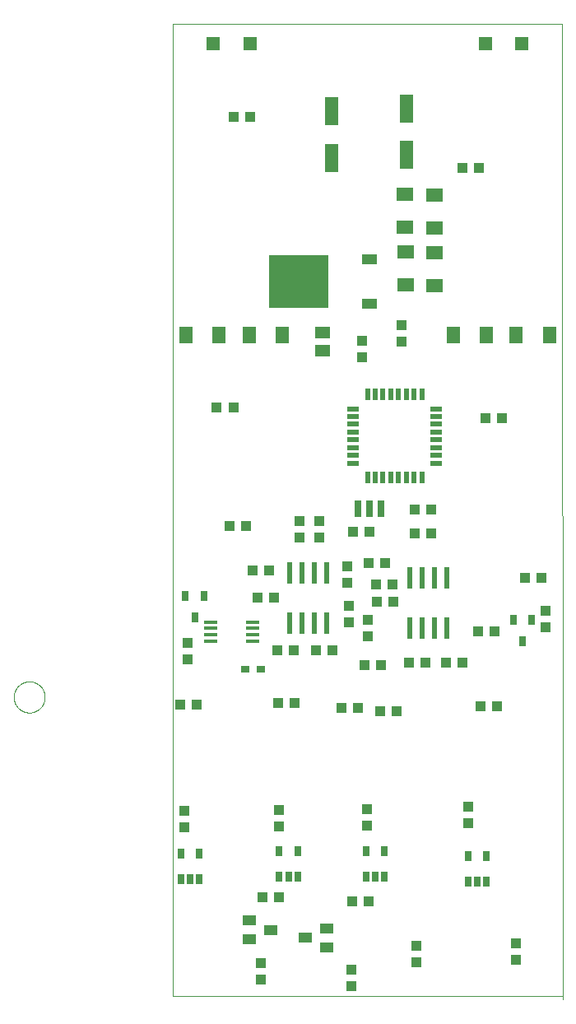
<source format=gbp>
G75*
%MOIN*%
%OFA0B0*%
%FSLAX25Y25*%
%IPPOS*%
%LPD*%
%AMOC8*
5,1,8,0,0,1.08239X$1,22.5*
%
%ADD10C,0.00000*%
%ADD11R,0.03937X0.04331*%
%ADD12R,0.04331X0.03937*%
%ADD13R,0.05512X0.03937*%
%ADD14R,0.24409X0.21260*%
%ADD15R,0.06299X0.03937*%
%ADD16R,0.05906X0.05118*%
%ADD17R,0.02200X0.05000*%
%ADD18R,0.05000X0.02200*%
%ADD19R,0.05512X0.11811*%
%ADD20R,0.05512X0.05512*%
%ADD21R,0.02717X0.03898*%
%ADD22R,0.02756X0.06693*%
%ADD23R,0.07087X0.05512*%
%ADD24R,0.05512X0.07087*%
%ADD25R,0.05600X0.01700*%
%ADD26R,0.02362X0.08661*%
%ADD27R,0.03346X0.02756*%
%ADD28R,0.02756X0.03937*%
D10*
X0065737Y0002417D02*
X0223217Y0002417D01*
X0223493Y0001000D02*
X0223178Y0396000D01*
X0223217Y0396118D02*
X0065737Y0396118D01*
X0065737Y0002417D01*
X0001150Y0123520D02*
X0001152Y0123678D01*
X0001158Y0123836D01*
X0001168Y0123994D01*
X0001182Y0124152D01*
X0001200Y0124309D01*
X0001221Y0124466D01*
X0001247Y0124622D01*
X0001277Y0124778D01*
X0001310Y0124933D01*
X0001348Y0125086D01*
X0001389Y0125239D01*
X0001434Y0125391D01*
X0001483Y0125542D01*
X0001536Y0125691D01*
X0001592Y0125839D01*
X0001652Y0125985D01*
X0001716Y0126130D01*
X0001784Y0126273D01*
X0001855Y0126415D01*
X0001929Y0126555D01*
X0002007Y0126692D01*
X0002089Y0126828D01*
X0002173Y0126962D01*
X0002262Y0127093D01*
X0002353Y0127222D01*
X0002448Y0127349D01*
X0002545Y0127474D01*
X0002646Y0127596D01*
X0002750Y0127715D01*
X0002857Y0127832D01*
X0002967Y0127946D01*
X0003080Y0128057D01*
X0003195Y0128166D01*
X0003313Y0128271D01*
X0003434Y0128373D01*
X0003557Y0128473D01*
X0003683Y0128569D01*
X0003811Y0128662D01*
X0003941Y0128752D01*
X0004074Y0128838D01*
X0004209Y0128922D01*
X0004345Y0129001D01*
X0004484Y0129078D01*
X0004625Y0129150D01*
X0004767Y0129220D01*
X0004911Y0129285D01*
X0005057Y0129347D01*
X0005204Y0129405D01*
X0005353Y0129460D01*
X0005503Y0129511D01*
X0005654Y0129558D01*
X0005806Y0129601D01*
X0005959Y0129640D01*
X0006114Y0129676D01*
X0006269Y0129707D01*
X0006425Y0129735D01*
X0006581Y0129759D01*
X0006738Y0129779D01*
X0006896Y0129795D01*
X0007053Y0129807D01*
X0007212Y0129815D01*
X0007370Y0129819D01*
X0007528Y0129819D01*
X0007686Y0129815D01*
X0007845Y0129807D01*
X0008002Y0129795D01*
X0008160Y0129779D01*
X0008317Y0129759D01*
X0008473Y0129735D01*
X0008629Y0129707D01*
X0008784Y0129676D01*
X0008939Y0129640D01*
X0009092Y0129601D01*
X0009244Y0129558D01*
X0009395Y0129511D01*
X0009545Y0129460D01*
X0009694Y0129405D01*
X0009841Y0129347D01*
X0009987Y0129285D01*
X0010131Y0129220D01*
X0010273Y0129150D01*
X0010414Y0129078D01*
X0010553Y0129001D01*
X0010689Y0128922D01*
X0010824Y0128838D01*
X0010957Y0128752D01*
X0011087Y0128662D01*
X0011215Y0128569D01*
X0011341Y0128473D01*
X0011464Y0128373D01*
X0011585Y0128271D01*
X0011703Y0128166D01*
X0011818Y0128057D01*
X0011931Y0127946D01*
X0012041Y0127832D01*
X0012148Y0127715D01*
X0012252Y0127596D01*
X0012353Y0127474D01*
X0012450Y0127349D01*
X0012545Y0127222D01*
X0012636Y0127093D01*
X0012725Y0126962D01*
X0012809Y0126828D01*
X0012891Y0126692D01*
X0012969Y0126555D01*
X0013043Y0126415D01*
X0013114Y0126273D01*
X0013182Y0126130D01*
X0013246Y0125985D01*
X0013306Y0125839D01*
X0013362Y0125691D01*
X0013415Y0125542D01*
X0013464Y0125391D01*
X0013509Y0125239D01*
X0013550Y0125086D01*
X0013588Y0124933D01*
X0013621Y0124778D01*
X0013651Y0124622D01*
X0013677Y0124466D01*
X0013698Y0124309D01*
X0013716Y0124152D01*
X0013730Y0123994D01*
X0013740Y0123836D01*
X0013746Y0123678D01*
X0013748Y0123520D01*
X0013746Y0123362D01*
X0013740Y0123204D01*
X0013730Y0123046D01*
X0013716Y0122888D01*
X0013698Y0122731D01*
X0013677Y0122574D01*
X0013651Y0122418D01*
X0013621Y0122262D01*
X0013588Y0122107D01*
X0013550Y0121954D01*
X0013509Y0121801D01*
X0013464Y0121649D01*
X0013415Y0121498D01*
X0013362Y0121349D01*
X0013306Y0121201D01*
X0013246Y0121055D01*
X0013182Y0120910D01*
X0013114Y0120767D01*
X0013043Y0120625D01*
X0012969Y0120485D01*
X0012891Y0120348D01*
X0012809Y0120212D01*
X0012725Y0120078D01*
X0012636Y0119947D01*
X0012545Y0119818D01*
X0012450Y0119691D01*
X0012353Y0119566D01*
X0012252Y0119444D01*
X0012148Y0119325D01*
X0012041Y0119208D01*
X0011931Y0119094D01*
X0011818Y0118983D01*
X0011703Y0118874D01*
X0011585Y0118769D01*
X0011464Y0118667D01*
X0011341Y0118567D01*
X0011215Y0118471D01*
X0011087Y0118378D01*
X0010957Y0118288D01*
X0010824Y0118202D01*
X0010689Y0118118D01*
X0010553Y0118039D01*
X0010414Y0117962D01*
X0010273Y0117890D01*
X0010131Y0117820D01*
X0009987Y0117755D01*
X0009841Y0117693D01*
X0009694Y0117635D01*
X0009545Y0117580D01*
X0009395Y0117529D01*
X0009244Y0117482D01*
X0009092Y0117439D01*
X0008939Y0117400D01*
X0008784Y0117364D01*
X0008629Y0117333D01*
X0008473Y0117305D01*
X0008317Y0117281D01*
X0008160Y0117261D01*
X0008002Y0117245D01*
X0007845Y0117233D01*
X0007686Y0117225D01*
X0007528Y0117221D01*
X0007370Y0117221D01*
X0007212Y0117225D01*
X0007053Y0117233D01*
X0006896Y0117245D01*
X0006738Y0117261D01*
X0006581Y0117281D01*
X0006425Y0117305D01*
X0006269Y0117333D01*
X0006114Y0117364D01*
X0005959Y0117400D01*
X0005806Y0117439D01*
X0005654Y0117482D01*
X0005503Y0117529D01*
X0005353Y0117580D01*
X0005204Y0117635D01*
X0005057Y0117693D01*
X0004911Y0117755D01*
X0004767Y0117820D01*
X0004625Y0117890D01*
X0004484Y0117962D01*
X0004345Y0118039D01*
X0004209Y0118118D01*
X0004074Y0118202D01*
X0003941Y0118288D01*
X0003811Y0118378D01*
X0003683Y0118471D01*
X0003557Y0118567D01*
X0003434Y0118667D01*
X0003313Y0118769D01*
X0003195Y0118874D01*
X0003080Y0118983D01*
X0002967Y0119094D01*
X0002857Y0119208D01*
X0002750Y0119325D01*
X0002646Y0119444D01*
X0002545Y0119566D01*
X0002448Y0119691D01*
X0002353Y0119818D01*
X0002262Y0119947D01*
X0002173Y0120078D01*
X0002089Y0120212D01*
X0002007Y0120348D01*
X0001929Y0120485D01*
X0001855Y0120625D01*
X0001784Y0120767D01*
X0001716Y0120910D01*
X0001652Y0121055D01*
X0001592Y0121201D01*
X0001536Y0121349D01*
X0001483Y0121498D01*
X0001434Y0121649D01*
X0001389Y0121801D01*
X0001348Y0121954D01*
X0001310Y0122107D01*
X0001277Y0122262D01*
X0001247Y0122418D01*
X0001221Y0122574D01*
X0001200Y0122731D01*
X0001182Y0122888D01*
X0001168Y0123046D01*
X0001158Y0123204D01*
X0001152Y0123362D01*
X0001150Y0123520D01*
D11*
X0068729Y0120528D03*
X0075422Y0120528D03*
X0099792Y0163835D03*
X0106485Y0163835D03*
X0107902Y0142457D03*
X0114595Y0142457D03*
X0123650Y0142457D03*
X0130343Y0142457D03*
X0143256Y0136551D03*
X0149949Y0136551D03*
X0144752Y0148047D03*
X0144752Y0154740D03*
X0148296Y0162142D03*
X0154989Y0162142D03*
X0151563Y0177890D03*
X0144870Y0177890D03*
X0136209Y0176315D03*
X0136209Y0169622D03*
X0124792Y0188047D03*
X0124792Y0194740D03*
X0095422Y0192654D03*
X0088729Y0192654D03*
X0090107Y0240921D03*
X0083414Y0240921D03*
X0090343Y0358323D03*
X0097036Y0358323D03*
X0158158Y0274051D03*
X0158158Y0267358D03*
X0192115Y0236551D03*
X0198807Y0236551D03*
X0182863Y0137339D03*
X0176170Y0137339D03*
X0190146Y0119898D03*
X0196839Y0119898D03*
X0156130Y0117772D03*
X0149437Y0117772D03*
X0114949Y0121000D03*
X0108256Y0121000D03*
X0108611Y0042378D03*
X0101918Y0042378D03*
X0138099Y0040764D03*
X0144792Y0040764D03*
X0182863Y0337850D03*
X0189556Y0337850D03*
D12*
X0142095Y0267929D03*
X0142095Y0261236D03*
X0163512Y0199583D03*
X0170205Y0199583D03*
X0170382Y0189937D03*
X0163689Y0189937D03*
X0154674Y0169031D03*
X0147981Y0169031D03*
X0136918Y0160567D03*
X0136918Y0153874D03*
X0134044Y0119031D03*
X0140737Y0119031D03*
X0161327Y0137535D03*
X0168020Y0137535D03*
X0189280Y0150213D03*
X0195973Y0150213D03*
X0208335Y0171866D03*
X0215028Y0171866D03*
X0216485Y0158480D03*
X0216485Y0151787D03*
X0185185Y0079031D03*
X0185185Y0072339D03*
X0204634Y0023756D03*
X0204634Y0017063D03*
X0164398Y0016079D03*
X0164398Y0022772D03*
X0138020Y0013205D03*
X0138020Y0006512D03*
X0101406Y0009071D03*
X0101406Y0015764D03*
X0108650Y0071118D03*
X0108650Y0077811D03*
X0144359Y0078283D03*
X0144359Y0071591D03*
X0104752Y0174937D03*
X0098059Y0174937D03*
X0116918Y0188047D03*
X0116918Y0194740D03*
X0138709Y0190606D03*
X0145402Y0190606D03*
X0071642Y0145528D03*
X0071642Y0138835D03*
X0070382Y0077614D03*
X0070382Y0070921D03*
D13*
X0096563Y0032969D03*
X0096563Y0025488D03*
X0105225Y0029228D03*
X0119359Y0025980D03*
X0128020Y0022240D03*
X0128020Y0029720D03*
D14*
X0116622Y0291689D03*
D15*
X0145363Y0300665D03*
X0145363Y0282713D03*
D16*
X0126268Y0271118D03*
X0126268Y0263638D03*
D17*
X0144437Y0246128D03*
X0147587Y0246128D03*
X0150737Y0246128D03*
X0153886Y0246128D03*
X0157036Y0246128D03*
X0160185Y0246128D03*
X0163335Y0246128D03*
X0166485Y0246128D03*
X0166485Y0212328D03*
X0163335Y0212328D03*
X0160185Y0212328D03*
X0157036Y0212328D03*
X0153886Y0212328D03*
X0150737Y0212328D03*
X0147587Y0212328D03*
X0144437Y0212328D03*
D18*
X0138561Y0218205D03*
X0138561Y0221354D03*
X0138561Y0224504D03*
X0138561Y0227654D03*
X0138561Y0230803D03*
X0138561Y0233953D03*
X0138561Y0237102D03*
X0138561Y0240252D03*
X0172361Y0240252D03*
X0172361Y0237102D03*
X0172361Y0233953D03*
X0172361Y0230803D03*
X0172361Y0227654D03*
X0172361Y0224504D03*
X0172361Y0221354D03*
X0172361Y0218205D03*
D19*
X0130028Y0341866D03*
X0130028Y0360764D03*
X0160343Y0361906D03*
X0160343Y0343008D03*
D20*
X0192115Y0388244D03*
X0207075Y0388244D03*
X0096839Y0388244D03*
X0081878Y0388244D03*
D21*
X0076248Y0060094D03*
X0068768Y0060094D03*
X0068768Y0049898D03*
X0072508Y0049898D03*
X0076248Y0049898D03*
X0108729Y0050843D03*
X0112469Y0050843D03*
X0116209Y0050843D03*
X0116209Y0061039D03*
X0108729Y0061039D03*
X0143926Y0061000D03*
X0143926Y0050803D03*
X0147666Y0050803D03*
X0151406Y0050803D03*
X0151406Y0061000D03*
X0185264Y0058953D03*
X0185264Y0048756D03*
X0189004Y0048756D03*
X0192744Y0048756D03*
X0192744Y0058953D03*
D22*
X0149989Y0199937D03*
X0145264Y0199937D03*
X0140540Y0199937D03*
D23*
X0171721Y0290055D03*
X0171721Y0303441D03*
X0171721Y0313480D03*
X0171721Y0326866D03*
X0159752Y0327102D03*
X0159752Y0313717D03*
X0159792Y0303913D03*
X0159792Y0290528D03*
D24*
X0179122Y0270134D03*
X0192508Y0270134D03*
X0204713Y0270134D03*
X0218099Y0270134D03*
X0109831Y0270134D03*
X0096445Y0270134D03*
X0084241Y0270134D03*
X0070855Y0270134D03*
D25*
X0080759Y0153855D03*
X0080759Y0151355D03*
X0080759Y0148755D03*
X0080759Y0146255D03*
X0097959Y0146255D03*
X0097959Y0148755D03*
X0097959Y0151355D03*
X0097959Y0153855D03*
D26*
X0113040Y0153323D03*
X0118040Y0153323D03*
X0123040Y0153323D03*
X0128040Y0153323D03*
X0128040Y0173795D03*
X0123040Y0173795D03*
X0118040Y0173795D03*
X0113040Y0173795D03*
X0161504Y0171827D03*
X0166504Y0171827D03*
X0171504Y0171827D03*
X0176504Y0171827D03*
X0176504Y0151354D03*
X0171504Y0151354D03*
X0166504Y0151354D03*
X0161504Y0151354D03*
D27*
X0101248Y0134740D03*
X0094949Y0134740D03*
D28*
X0078178Y0164465D03*
X0074437Y0155803D03*
X0070697Y0164465D03*
X0203571Y0154622D03*
X0207311Y0145961D03*
X0211052Y0154622D03*
M02*

</source>
